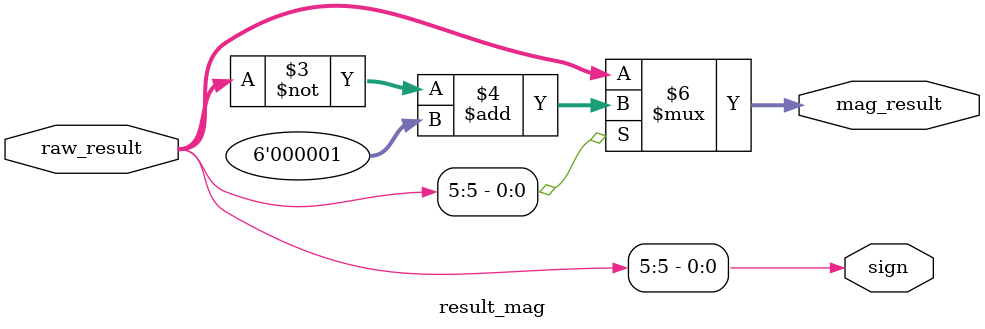
<source format=sv>
module result_mag( input logic [5:0]raw_result, 
                 output logic [5:0]mag_result, 
					  output logic sign);
     
	
	assign sign = raw_result[5];  
		
	always_comb begin
		
		if (!sign)
			mag_result = raw_result;
		else
			mag_result = ~raw_result + 6'b0000001;
	end
			
endmodule
</source>
